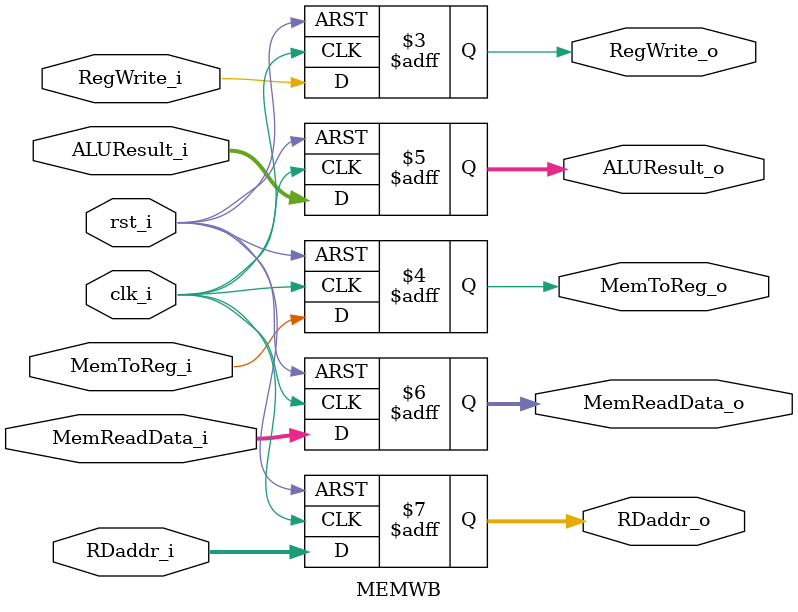
<source format=v>
module MEMWB (
    input clk_i,
    input rst_i,
    input RegWrite_i,
    input MemToReg_i,
    input [31:0] ALUResult_i,
    input [31:0] MemReadData_i,
    input [4:0] RDaddr_i,
    output reg RegWrite_o,
    output reg MemToReg_o,
    output reg [31:0] ALUResult_o,
    output reg [31:0] MemReadData_o,
    output reg [4:0] RDaddr_o
);

always@(posedge clk_i or negedge rst_i) begin
    if(~rst_i) begin
        RegWrite_o <= 1'b0;
        MemToReg_o <= 1'b0;
        ALUResult_o <= 32'b0;
        MemReadData_o <= 32'b0;
        RDaddr_o <= 5'b0;
    end
    else begin
        RegWrite_o <= RegWrite_i;
        MemToReg_o <= MemToReg_i;
        ALUResult_o <= ALUResult_i;
        MemReadData_o <= MemReadData_i;
        RDaddr_o <= RDaddr_i;
    end
end
    
endmodule
</source>
